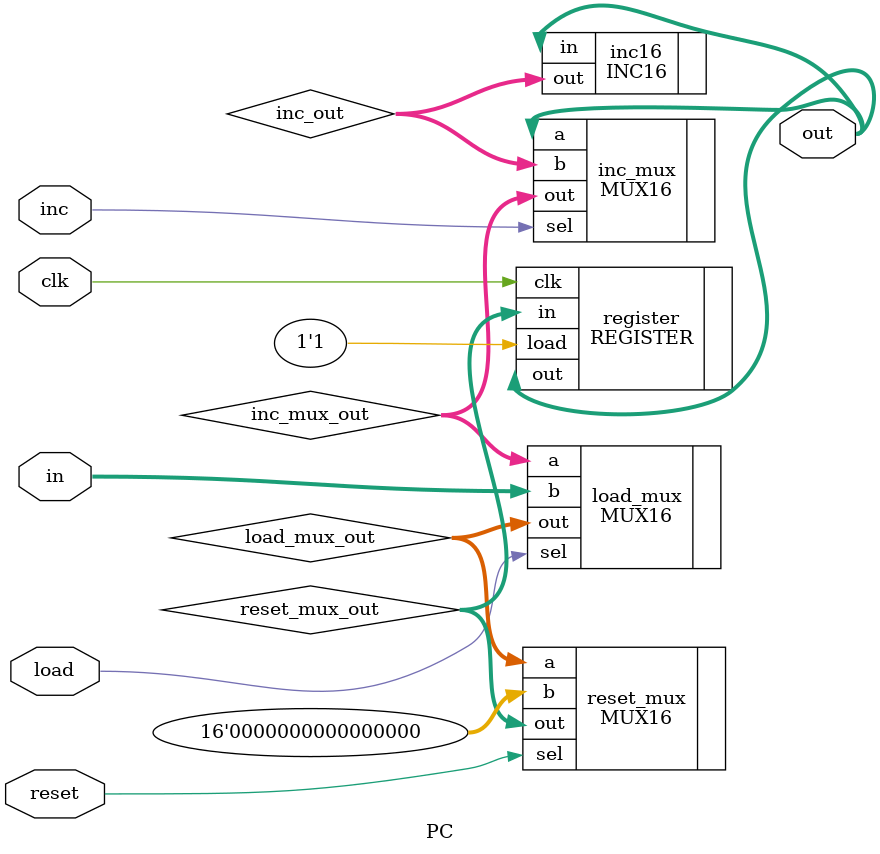
<source format=v>
`timescale 1ns / 1ps

`include "../../chapter01/src/MUX16.v"
`include "../../chapter02/src/INC16.v"

module PC (
    input [15:0] in,
    input load, inc, reset, clk,
    output [15:0] out
);
    wire [15:0] inc_out, inc_mux_out, load_mux_out, reset_mux_out;

    INC16 inc16 (
        .in(out),
        .out(inc_out)
    );
    MUX16 inc_mux (
        .a(out),
        .b(inc_out),
        .sel(inc),
        .out(inc_mux_out)
    );
    MUX16 load_mux (
        .a(inc_mux_out),
        .b(in),
        .sel(load),
        .out(load_mux_out)
    );
    MUX16 reset_mux (
        .a(load_mux_out),
        .b(16'b0),
        .sel(reset),
        .out(reset_mux_out)
    );
    REGISTER register (
        .in(reset_mux_out),
        .load(1'b1),
        .clk(clk),
        .out(out)
    );    
endmodule
</source>
